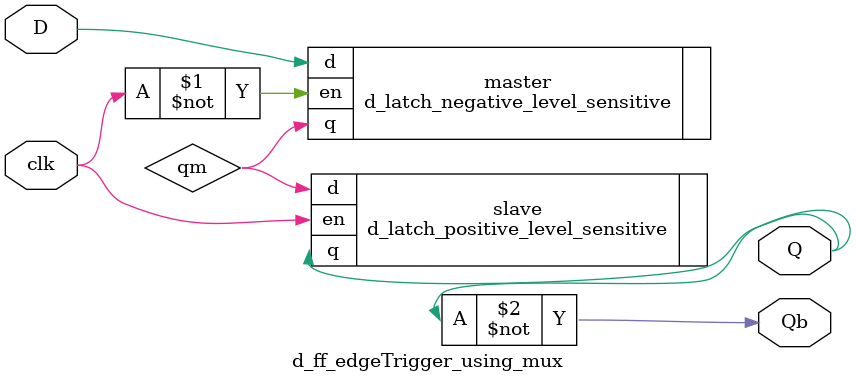
<source format=v>
module d_ff_edgeTrigger_using_mux(D,clk,Q,Qb);
  input D,clk;
  output Q,Qb;
  wire qm;
  d_latch_negative_level_sensitive master(.d(D),.en(~clk),.q(qm));
  d_latch_positive_level_sensitive slave(.d(qm),.en(clk),.q(Q));
  assign Qb = ~Q;
endmodule

</source>
